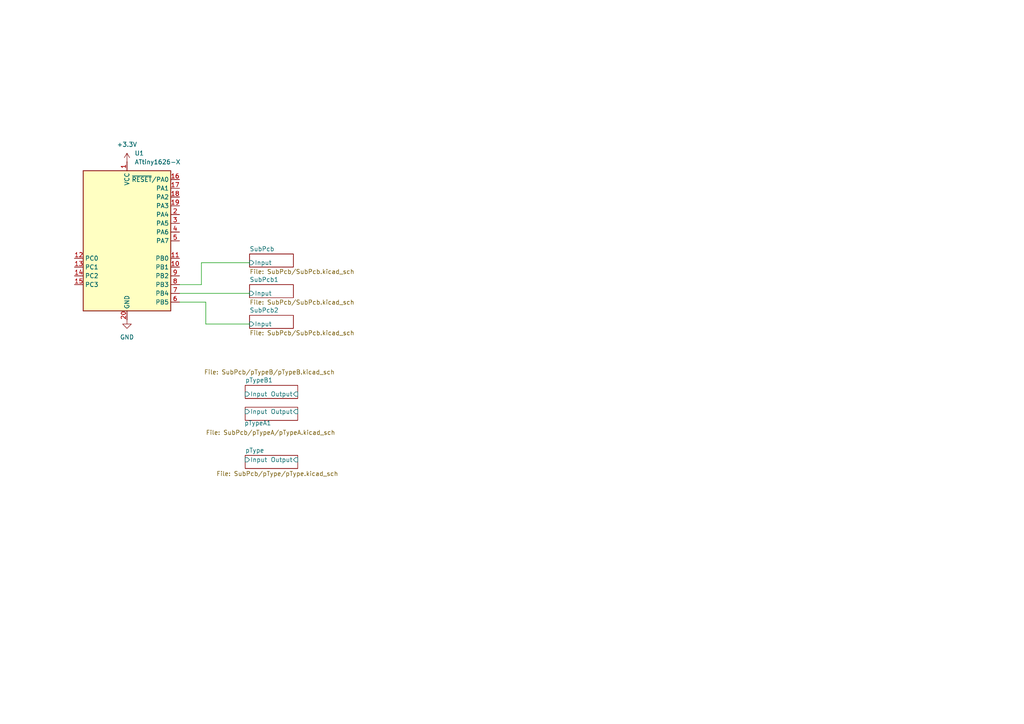
<source format=kicad_sch>
(kicad_sch (version 20231120) (generator "eeschema") (generator_version "8.0")
  (paper "A4")
  (lib_symbols
    (symbol "MCU_Microchip_ATtiny:ATtiny1626-X"
      (property "Reference" "U" (at -12.7 21.59 0))
      (property "Value" "ATtiny1626-X" (at 2.54 -21.59 0))
      (symbol "ATtiny1626-X_0_1"
        (rectangle (start -12.7 -20.32) (end 12.7 20.32) (stroke (width 0.254)) (fill (type background)))
      )
      (symbol "ATtiny1626-X_1_1"
        (pin power_in line (at 0 22.86 270) (length 2.54) (name "VCC") (number "1"))
        (pin bidirectional line (at 15.24 -7.62 180) (length 2.54) (name "PB1") (number "10"))
        (pin bidirectional line (at 15.24 -5.08 180) (length 2.54) (name "PB0") (number "11"))
        (pin bidirectional line (at -15.24 -5.08 0) (length 2.54) (name "PC0") (number "12"))
        (pin bidirectional line (at -15.24 -7.62 0) (length 2.54) (name "PC1") (number "13"))
        (pin bidirectional line (at -15.24 -10.16 0) (length 2.54) (name "PC2") (number "14"))
        (pin bidirectional line (at -15.24 -12.7 0) (length 2.54) (name "PC3") (number "15"))
        (pin bidirectional line (at 15.24 17.78 180) (length 2.54) (name "~{RESET}/PA0") (number "16"))
        (pin bidirectional line (at 15.24 15.24 180) (length 2.54) (name "PA1") (number "17"))
        (pin bidirectional line (at 15.24 12.7 180) (length 2.54) (name "PA2") (number "18"))
        (pin bidirectional line (at 15.24 10.16 180) (length 2.54) (name "PA3") (number "19"))
        (pin bidirectional line (at 15.24 7.62 180) (length 2.54) (name "PA4") (number "2"))
        (pin power_in line (at 0 -22.86 90) (length 2.54) (name "GND") (number "20"))
        (pin bidirectional line (at 15.24 5.08 180) (length 2.54) (name "PA5") (number "3"))
        (pin bidirectional line (at 15.24 2.54 180) (length 2.54) (name "PA6") (number "4"))
        (pin bidirectional line (at 15.24 0 180) (length 2.54) (name "PA7") (number "5"))
        (pin bidirectional line (at 15.24 -17.78 180) (length 2.54) (name "PB5") (number "6"))
        (pin bidirectional line (at 15.24 -15.24 180) (length 2.54) (name "PB4") (number "7"))
        (pin bidirectional line (at 15.24 -12.7 180) (length 2.54) (name "PB3") (number "8"))
        (pin bidirectional line (at 15.24 -10.16 180) (length 2.54) (name "PB2") (number "9"))
      )
    )
    (symbol "power:+3.3V" (power) (pin_numbers hide) (pin_names (offset 0) hide)
      (property "Value" "+3.3V" (at 0 3.556 0))
      (symbol "+3.3V_0_1"
        (polyline (pts (xy -0.762 1.27) (xy 0 2.54)))
        (polyline (pts (xy 0 0) (xy 0 2.54)))
        (polyline (pts (xy 0 2.54) (xy 0.762 1.27)))
      )
      (symbol "+3.3V_1_1"
        (pin power_in line (at 0 0 90) (length 0) (name "~") (number "1"))
      )
    )
    (symbol "power:GND" (power) (pin_numbers hide) (pin_names (offset 0) hide)
      (property "Value" "GND" (at 0 -3.81 0))
      (symbol "GND_0_1"
        (polyline (pts (xy 0 0) (xy 0 -1.27) (xy 1.27 -1.27) (xy 0 -2.54) (xy -1.27 -1.27) (xy 0 -1.27)))
      )
      (symbol "GND_1_1"
        (pin power_in line (at 0 0 270) (length 0) (name "~") (number "1"))
      )
    )
  )
  (wire (pts (xy 52.07 85.09) (xy 72.39 85.09)))
  (wire (pts (xy 58.42 76.2) (xy 58.42 82.55)))
  (wire (pts (xy 59.69 93.98) (xy 59.69 87.63)))
  (wire (pts (xy 58.42 76.2) (xy 72.39 76.2)))
  (wire (pts (xy 59.69 93.98) (xy 72.39 93.98)))
  (wire (pts (xy 59.69 87.63) (xy 52.07 87.63)))
  (wire (pts (xy 58.42 82.55) (xy 52.07 82.55)))
  (symbol (lib_id "power:GND") (at 36.83 92.71 0) (unit 1)
    (property "Reference" "#PWR02" (effects (hide yes)))
    (property "Value" "GND" (at 36.83 97.79 0))
    (property "Description" "Power symbol creates a global label with name \"GND\" , ground" (effects (hide yes)))
  )
  (symbol (lib_id "power:+3.3V") (at 36.83 46.99 0) (unit 1)
    (property "Reference" "#PWR01" (effects (hide yes)))
    (property "Value" "+3.3V" (at 36.83 41.91 0))
    (property "Description" "Power symbol creates a global label with name \"+3.3V\"" (effects (hide yes)))
  )
  (symbol (lib_id "MCU_Microchip_ATtiny:ATtiny1626-X") (at 36.83 69.85 0) (unit 1)
    (property "Reference" "U1" (at 39.0241 44.45 0) (effects (justify left)))
    (property "Value" "ATtiny1626-X" (at 39.0241 46.99 0) (effects (justify left)))
    (property "Footprint" "Package_SO:SSOP-20_5.3x7.2mm_P0.65mm" (effects (hide yes)))
    (property "Datasheet" "https://ww1.microchip.com/downloads/en/DeviceDoc/ATtiny1624-26-27-DataSheet-DS40002234A.pdf" (effects (hide yes)))
    (property "Description" "20MHz, 16kB Flash, 2kB SRAM, 256B EEPROM, SSOP-20" (effects (hide yes)))
  )
  (sheet (at 71.12 132.08) (size 15.24 3.81) (stroke (width 0.1524))
    (property "Sheetname" "pType" (at 71.12 131.3684 0) (effects (justify left bottom)))
    (property "Sheetfile" "SubPcb/pType/pType.kicad_sch" (at 62.738 136.652 0) (effects (justify left top)))
    (pin "Output" input (at 86.36 133.35 0))
    (pin "Input" input (at 71.12 133.35 180))
  )
  (sheet (at 71.12 118.11) (size 15.24 3.81) (stroke (width 0.1524))
    (property "Sheetname" "pTypeA1" (at 70.866 123.444 0) (effects (justify left bottom)))
    (property "Sheetfile" "SubPcb/pTypeA/pTypeA.kicad_sch" (at 59.69 124.714 0) (effects (justify left top)))
    (pin "Output" input (at 86.36 119.38 0))
    (pin "Input" input (at 71.12 119.38 180))
  )
  (sheet (at 72.39 82.55) (size 12.7 3.81) (stroke (width 0.1524))
    (property "Sheetname" "SubPcb1" (at 72.39 81.8384 0) (effects (justify left bottom)))
    (property "Sheetfile" "SubPcb/SubPcb.kicad_sch" (at 72.39 86.9446 0) (effects (justify left top)))
    (pin "Input" input (at 72.39 85.09 180))
  )
  (sheet (at 72.39 91.44) (size 12.7 3.81) (stroke (width 0.1524))
    (property "Sheetname" "SubPcb2" (at 72.39 90.7284 0) (effects (justify left bottom)))
    (property "Sheetfile" "SubPcb/SubPcb.kicad_sch" (at 72.39 95.8346 0) (effects (justify left top)))
    (pin "Input" input (at 72.39 93.98 180))
  )
  (sheet (at 72.39 73.66) (size 12.7 3.81) (stroke (width 0.1524))
    (property "Sheetname" "SubPcb" (at 72.39 72.9484 0) (effects (justify left bottom)))
    (property "Sheetfile" "SubPcb/SubPcb.kicad_sch" (at 72.39 78.0546 0) (effects (justify left top)))
    (pin "Input" input (at 72.39 76.2 180))
  )
  (sheet (at 71.12 111.76) (size 15.24 3.81) (stroke (width 0.1524))
    (property "Sheetname" "pTypeB1" (at 71.12 110.998 0) (effects (justify left bottom)))
    (property "Sheetfile" "SubPcb/pTypeB/pTypeB.kicad_sch" (at 59.182 107.188 0) (effects (justify left top)))
    (pin "Output" input (at 86.36 114.3 0))
    (pin "Input" input (at 71.12 114.3 180))
  )
)
</source>
